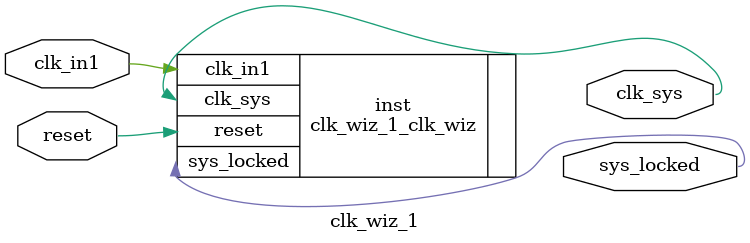
<source format=v>


`timescale 1ps/1ps

(* CORE_GENERATION_INFO = "clk_wiz_1,clk_wiz_v5_4_1_0,{component_name=clk_wiz_1,use_phase_alignment=true,use_min_o_jitter=false,use_max_i_jitter=false,use_dyn_phase_shift=false,use_inclk_switchover=false,use_dyn_reconfig=false,enable_axi=0,feedback_source=FDBK_AUTO,PRIMITIVE=MMCM,num_out_clk=1,clkin1_period=10.000,clkin2_period=10.000,use_power_down=false,use_reset=true,use_locked=true,use_inclk_stopped=false,feedback_type=SINGLE,CLOCK_MGR_TYPE=NA,manual_override=false}" *)

module clk_wiz_1 
 (
  // Clock out ports
  output        clk_sys,
  // Status and control signals
  input         reset,
  output        sys_locked,
 // Clock in ports
  input         clk_in1
 );

  clk_wiz_1_clk_wiz inst
  (
  // Clock out ports  
  .clk_sys(clk_sys),
  // Status and control signals               
  .reset(reset), 
  .sys_locked(sys_locked),
 // Clock in ports
  .clk_in1(clk_in1)
  );

endmodule

</source>
